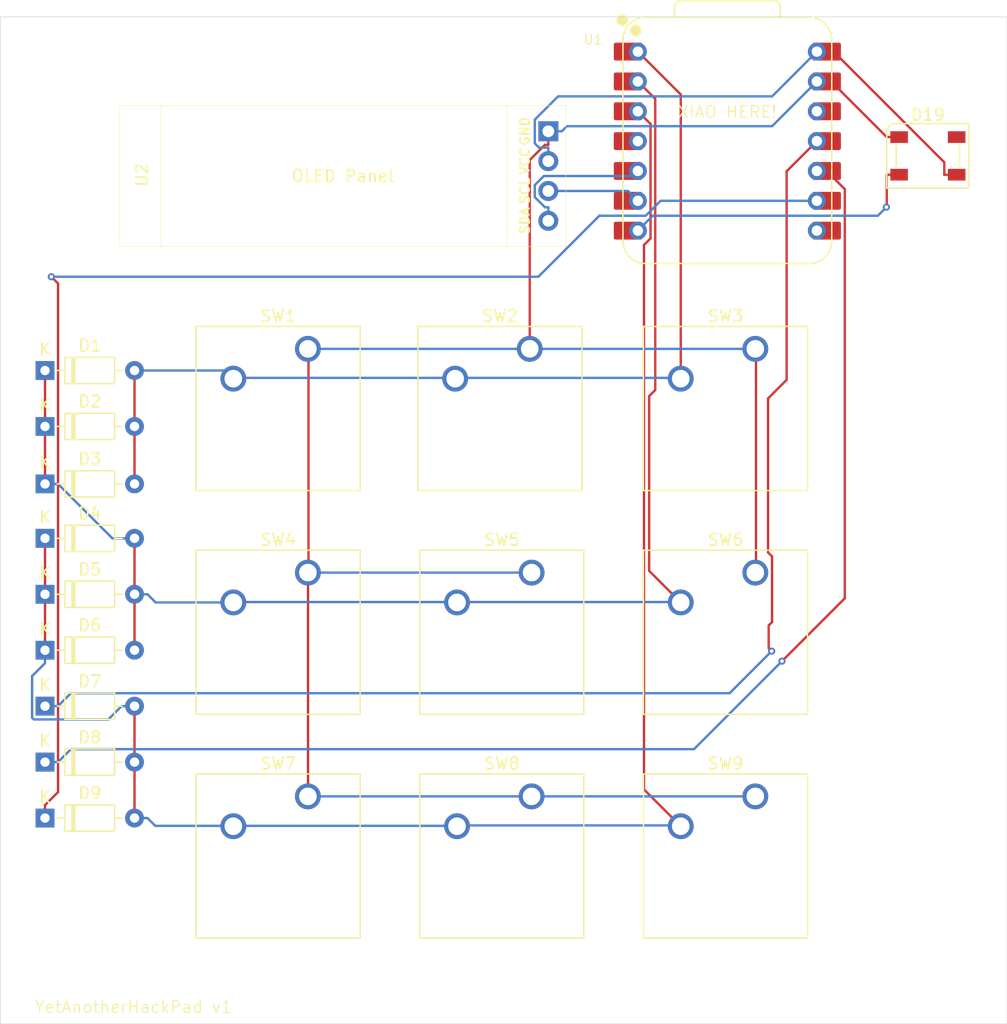
<source format=kicad_pcb>
(kicad_pcb (version 20241229) (generator "pcbnew") (generator_version "9.0")
  (layers (0 "F.Cu" signal) (2 "B.Cu" signal) (13 "F.Paste" user) (15 "B.Paste" user) (5 "F.SilkS" user "F.Silkscreen") (7 "B.SilkS" user "B.Silkscreen") (1 "F.Mask" user) (3 "B.Mask" user) (25 "Edge.Cuts" user))
  (net 0 "")
  (net 1 "Net-(D1-K)")
  (net 2 "+5V")
  (net 3 "GND")
  (net 4 "Net-(D1-A)")
  (net 5 "Net-(D4-K)")
  (net 6 "Net-(D7-K)")
  (net 7 "Net-(D8-K)")
  (net 8 "unconnected-(U1-3V3-Pad12)")
  (net 9 "Net-(D9-K)")
  (net 11 "Net-(U1-GPIO7{slash}SCL)")
  (net 12 "unconnected-(U1-GPIO1{slash}RX-Pad8)")
  (net 13 "Net-(U1-GPIO6{slash}SDA)")
  (net 14 "unconnected-(U1-GPIO29{slash}ADC3{slash}A3-Pad4)")
  (net 15 "Net-(D19-DIN)")
  (footprint "LED_SMD:LED_SK6812_PLCC4_5.0x5.0mm_P3.2mm" (layer "F.Cu") (at 180.9063 72.2187)
    (property "Reference" "D19" (at 0 -3.5 0) (layer "F.SilkS"))
    (property "Value" "SK6812")
    (fp_line (start -3.5 -2.3) (end -3.5 2.75) (stroke (width 0.12)) (layer "F.SilkS"))
    (fp_line (start -3.05 -2.75) (end -3.5 -2.3) (stroke (width 0.12)) (layer "F.SilkS"))
    (fp_line (start -2.7 -0.9) (end -2.7 0.9) (stroke (width 0.12)) (layer "F.SilkS"))
    (fp_line (start 2.7 -0.9) (end 2.7 0.9) (stroke (width 0.12)) (layer "F.SilkS"))
    (fp_line (start 3.5 -2.75) (end -3.05 -2.75) (stroke (width 0.12)) (layer "F.SilkS"))
    (fp_line (start 3.5 2.75) (end -3.5 2.75) (stroke (width 0.12)) (layer "F.SilkS"))
    (fp_line (start 3.5 2.75) (end 3.5 -2.75) (stroke (width 0.12)) (layer "F.SilkS"))
    (pad "1" smd rect (at -2.45 -1.6 180) (size 1.5 1) (layers "F.Cu" "F.Mask" "F.Paste") (net 3 "GND"))
    (pad "2" smd rect (at -2.45 1.6 180) (size 1.5 1) (layers "F.Cu" "F.Mask" "F.Paste") (net 15 "Net-(D19-DIN)"))
    (pad "3" smd rect (at 2.45 1.6 180) (size 1.5 1) (layers "F.Cu" "F.Mask" "F.Paste") (net 2 "+5V"))
    (pad "4" smd rect (at 2.45 -1.6 180) (size 1.5 1) (layers "F.Cu" "F.Mask" "F.Paste"))
  )
  (footprint "Diode_THT:D_DO-35_SOD27_P7.62mm_Horizontal" (layer "F.Cu") (at 105.7275 119.0625)
    (property "Reference" "D7" (at 3.81 -2.12 0) (layer "F.SilkS"))
    (property "Value" "D" (hide yes))
    (fp_line (start 1.04 0) (end 1.69 0) (stroke (width 0.12)) (layer "F.SilkS"))
    (fp_line (start 1.69 -1.12) (end 1.69 1.12) (stroke (width 0.12)) (layer "F.SilkS"))
    (fp_line (start 1.69 1.12) (end 5.93 1.12) (stroke (width 0.12)) (layer "F.SilkS"))
    (fp_line (start 2.29 -1.12) (end 2.29 1.12) (stroke (width 0.12)) (layer "F.SilkS"))
    (fp_line (start 2.41 -1.12) (end 2.41 1.12) (stroke (width 0.12)) (layer "F.SilkS"))
    (fp_line (start 2.53 -1.12) (end 2.53 1.12) (stroke (width 0.12)) (layer "F.SilkS"))
    (fp_line (start 5.93 -1.12) (end 1.69 -1.12) (stroke (width 0.12)) (layer "F.SilkS"))
    (fp_line (start 5.93 1.12) (end 5.93 -1.12) (stroke (width 0.12)) (layer "F.SilkS"))
    (fp_line (start 6.58 0) (end 5.93 0) (stroke (width 0.12)) (layer "F.SilkS"))
    (fp_text user "K" (at 0 -1.8 0) (layer "F.SilkS"))
    (pad "1" thru_hole rect (at 0 0) (size 1.6 1.6) (drill 0.8) (layers "*.Cu" "*.Mask") (net 6 "Net-(D7-K)"))
    (pad "2" thru_hole oval (at 7.62 0) (size 1.6 1.6) (drill 0.8) (layers "*.Cu" "*.Mask") (net 5 "Net-(D4-K)"))
  )
  (footprint "Seeed Studio XIAO Series Library:XIAO-RP2040-DIP" (layer "F.Cu") (at 163.83 70.9612)
    (property "Reference" "U1" (at -11.43 -8.636 0) (layer "F.SilkS") (effects (font (size 0.8 0.8) (thickness 0.1016))))
    (property "Value" "XIAO-RP2040-DIP")
    (fp_line (start -8.89 8.509) (end -8.89 -8.636) (stroke (width 0.127)) (layer "F.SilkS"))
    (fp_line (start -6.985 10.414) (end 6.985 10.414) (stroke (width 0.127)) (layer "F.SilkS"))
    (fp_line (start -4.495 -10.541) (end -4.491272 -11.451272) (stroke (width 0.127)) (layer "F.SilkS"))
    (fp_line (start -3.991272 -11.951) (end 4.004 -11.951) (stroke (width 0.127)) (layer "F.SilkS"))
    (fp_line (start 4.504 -11.451) (end 4.504 -10.541) (stroke (width 0.127)) (layer "F.SilkS"))
    (fp_line (start 6.985 -10.541) (end -6.985 -10.541) (stroke (width 0.1)) (layer "F.SilkS"))
    (fp_line (start 6.985 -10.541) (end -6.985 -10.541) (stroke (width 0.127)) (layer "F.SilkS"))
    (fp_line (start 8.89 8.509) (end 8.89 -8.636) (stroke (width 0.127)) (layer "F.SilkS"))
    (fp_arc (start -8.89 -8.636) (mid -8.332038 -9.983038) (end -6.985 -10.541) (stroke (width 0.127)) (layer "F.SilkS"))
    (fp_arc (start -6.985 10.414) (mid -8.332038 9.856038) (end -8.89 8.509) (stroke (width 0.127)) (layer "F.SilkS"))
    (fp_arc (start -4.491272 -11.451272) (mid -4.344728 -11.80464) (end -3.991272 -11.951) (stroke (width 0.127)) (layer "F.SilkS"))
    (fp_arc (start 4.004 -11.951) (mid 4.357553 -11.804553) (end 4.504 -11.451) (stroke (width 0.127)) (layer "F.SilkS"))
    (fp_arc (start 6.985 -10.541) (mid 8.332038 -9.983038) (end 8.89 -8.636) (stroke (width 0.127)) (layer "F.SilkS"))
    (fp_arc (start 8.89 8.509) (mid 8.332038 9.856038) (end 6.985 10.414) (stroke (width 0.127)) (layer "F.SilkS"))
    (fp_circle (center -8.95 -10.3) (end -8.95 -10.554) (stroke (width 0.5)) (fill yes) (layer "F.SilkS"))
    (fp_circle (center -7.807 -9.42) (end -7.807 -9.674) (stroke (width 0.5)) (fill yes) (layer "F.SilkS"))
    (pad "1" smd roundrect (at -8.455 -7.62 180) (size 2.432 1.524) (layers "F.Cu" "F.Mask") (roundrect_rratio 0.1) (net 4 "Net-(D1-A)"))
    (pad "1" thru_hole circle (at -7.62 -7.62 180) (size 1.524 1.524) (drill 0.889) (layers "*.Cu" "*.Mask") (net 4 "Net-(D1-A)"))
    (pad "2" smd roundrect (at -8.455 -5.08 180) (size 2.432 1.524) (layers "F.Cu" "F.Mask") (roundrect_rratio 0.1) (net 1 "Net-(D1-K)"))
    (pad "2" thru_hole circle (at -7.62 -5.08 180) (size 1.524 1.524) (drill 0.889) (layers "*.Cu" "*.Mask") (net 1 "Net-(D1-K)"))
    (pad "3" smd roundrect (at -8.455 -2.54 180) (size 2.432 1.524) (layers "F.Cu" "F.Mask") (roundrect_rratio 0.1) (net 5 "Net-(D4-K)"))
    (pad "3" thru_hole circle (at -7.62 -2.54 180) (size 1.524 1.524) (drill 0.889) (layers "*.Cu" "*.Mask") (net 5 "Net-(D4-K)"))
    (pad "4" smd roundrect (at -8.455 0 180) (size 2.432 1.524) (layers "F.Cu" "F.Mask") (roundrect_rratio 0.1) (net 14 "unconnected-(U1-GPIO29{slash}ADC3{slash}A3-Pad4)"))
    (pad "4" thru_hole circle (at -7.62 0 180) (size 1.524 1.524) (drill 0.889) (layers "*.Cu" "*.Mask") (net 14 "unconnected-(U1-GPIO29{slash}ADC3{slash}A3-Pad4)"))
    (pad "5" smd roundrect (at -8.455 2.54 180) (size 2.432 1.524) (layers "F.Cu" "F.Mask") (roundrect_rratio 0.1) (net 13 "Net-(U1-GPIO6{slash}SDA)"))
    (pad "5" thru_hole circle (at -7.62 2.54 180) (size 1.524 1.524) (drill 0.889) (layers "*.Cu" "*.Mask") (net 13 "Net-(U1-GPIO6{slash}SDA)"))
    (pad "6" smd roundrect (at -8.455 5.08 180) (size 2.432 1.524) (layers "F.Cu" "F.Mask") (roundrect_rratio 0.1) (net 11 "Net-(U1-GPIO7{slash}SCL)"))
    (pad "6" thru_hole circle (at -7.62 5.08 180) (size 1.524 1.524) (drill 0.889) (layers "*.Cu" "*.Mask") (net 11 "Net-(U1-GPIO7{slash}SCL)"))
    (pad "7" smd roundrect (at -8.455 7.62 180) (size 2.432 1.524) (layers "F.Cu" "F.Mask") (roundrect_rratio 0.1) (net 15 "Net-(D19-DIN)"))
    (pad "7" thru_hole circle (at -7.62 7.62 180) (size 1.524 1.524) (drill 0.889) (layers "*.Cu" "*.Mask") (net 15 "Net-(D19-DIN)"))
    (pad "8" thru_hole circle (at 7.62 7.62) (size 1.524 1.524) (drill 0.889) (layers "*.Cu" "*.Mask") (net 12 "unconnected-(U1-GPIO1{slash}RX-Pad8)"))
    (pad "8" smd roundrect (at 8.455 7.62) (size 2.432 1.524) (layers "F.Cu" "F.Mask") (roundrect_rratio 0.1) (net 12 "unconnected-(U1-GPIO1{slash}RX-Pad8)"))
    (pad "9" thru_hole circle (at 7.62 5.08) (size 1.524 1.524) (drill 0.889) (layers "*.Cu" "*.Mask") (net 9 "Net-(D9-K)"))
    (pad "9" smd roundrect (at 8.455 5.08) (size 2.432 1.524) (layers "F.Cu" "F.Mask") (roundrect_rratio 0.1) (net 9 "Net-(D9-K)"))
    (pad "10" thru_hole circle (at 7.62 2.54) (size 1.524 1.524) (drill 0.889) (layers "*.Cu" "*.Mask") (net 7 "Net-(D8-K)"))
    (pad "10" smd roundrect (at 8.455 2.54) (size 2.432 1.524) (layers "F.Cu" "F.Mask") (roundrect_rratio 0.1) (net 7 "Net-(D8-K)"))
    (pad "11" thru_hole circle (at 7.62 0) (size 1.524 1.524) (drill 0.889) (layers "*.Cu" "*.Mask") (net 6 "Net-(D7-K)"))
    (pad "11" smd roundrect (at 8.455 0) (size 2.432 1.524) (layers "F.Cu" "F.Mask") (roundrect_rratio 0.1) (net 6 "Net-(D7-K)"))
    (pad "12" thru_hole circle (at 7.62 -2.54) (size 1.524 1.524) (drill 0.889) (layers "*.Cu" "*.Mask") (net 8 "unconnected-(U1-3V3-Pad12)"))
    (pad "12" smd roundrect (at 8.455 -2.54) (size 2.432 1.524) (layers "F.Cu" "F.Mask") (roundrect_rratio 0.1) (net 8 "unconnected-(U1-3V3-Pad12)"))
    (pad "13" thru_hole circle (at 7.62 -5.08) (size 1.524 1.524) (drill 0.889) (layers "*.Cu" "*.Mask") (net 3 "GND"))
    (pad "13" smd roundrect (at 8.455 -5.08) (size 2.432 1.524) (layers "F.Cu" "F.Mask") (roundrect_rratio 0.1) (net 3 "GND"))
    (pad "14" thru_hole circle (at 7.62 -7.62) (size 1.524 1.524) (drill 0.889) (layers "*.Cu" "*.Mask") (net 2 "+5V"))
    (pad "14" smd roundrect (at 8.455 -7.62) (size 2.432 1.524) (layers "F.Cu" "F.Mask") (roundrect_rratio 0.1) (net 2 "+5V"))
  )
  (footprint "Diode_THT:D_DO-35_SOD27_P7.62mm_Horizontal" (layer "F.Cu") (at 105.7275 95.25)
    (property "Reference" "D2" (at 3.81 -2.12 0) (layer "F.SilkS"))
    (property "Value" "D" (hide yes))
    (fp_line (start 1.04 0) (end 1.69 0) (stroke (width 0.12)) (layer "F.SilkS"))
    (fp_line (start 1.69 -1.12) (end 1.69 1.12) (stroke (width 0.12)) (layer "F.SilkS"))
    (fp_line (start 1.69 1.12) (end 5.93 1.12) (stroke (width 0.12)) (layer "F.SilkS"))
    (fp_line (start 2.29 -1.12) (end 2.29 1.12) (stroke (width 0.12)) (layer "F.SilkS"))
    (fp_line (start 2.41 -1.12) (end 2.41 1.12) (stroke (width 0.12)) (layer "F.SilkS"))
    (fp_line (start 2.53 -1.12) (end 2.53 1.12) (stroke (width 0.12)) (layer "F.SilkS"))
    (fp_line (start 5.93 -1.12) (end 1.69 -1.12) (stroke (width 0.12)) (layer "F.SilkS"))
    (fp_line (start 5.93 1.12) (end 5.93 -1.12) (stroke (width 0.12)) (layer "F.SilkS"))
    (fp_line (start 6.58 0) (end 5.93 0) (stroke (width 0.12)) (layer "F.SilkS"))
    (fp_text user "K" (at 0 -1.8 0) (layer "F.SilkS"))
    (pad "1" thru_hole rect (at 0 0) (size 1.6 1.6) (drill 0.8) (layers "*.Cu" "*.Mask") (net 1 "Net-(D1-K)"))
    (pad "2" thru_hole oval (at 7.62 0) (size 1.6 1.6) (drill 0.8) (layers "*.Cu" "*.Mask") (net 4 "Net-(D1-A)"))
  )
  (footprint "Diode_THT:D_DO-35_SOD27_P7.62mm_Horizontal" (layer "F.Cu") (at 105.7275 123.825)
    (property "Reference" "D8" (at 3.81 -2.12 0) (layer "F.SilkS"))
    (property "Value" "D" (hide yes))
    (fp_line (start 1.04 0) (end 1.69 0) (stroke (width 0.12)) (layer "F.SilkS"))
    (fp_line (start 1.69 -1.12) (end 1.69 1.12) (stroke (width 0.12)) (layer "F.SilkS"))
    (fp_line (start 1.69 1.12) (end 5.93 1.12) (stroke (width 0.12)) (layer "F.SilkS"))
    (fp_line (start 2.29 -1.12) (end 2.29 1.12) (stroke (width 0.12)) (layer "F.SilkS"))
    (fp_line (start 2.41 -1.12) (end 2.41 1.12) (stroke (width 0.12)) (layer "F.SilkS"))
    (fp_line (start 2.53 -1.12) (end 2.53 1.12) (stroke (width 0.12)) (layer "F.SilkS"))
    (fp_line (start 5.93 -1.12) (end 1.69 -1.12) (stroke (width 0.12)) (layer "F.SilkS"))
    (fp_line (start 5.93 1.12) (end 5.93 -1.12) (stroke (width 0.12)) (layer "F.SilkS"))
    (fp_line (start 6.58 0) (end 5.93 0) (stroke (width 0.12)) (layer "F.SilkS"))
    (fp_text user "K" (at 0 -1.8 0) (layer "F.SilkS"))
    (pad "1" thru_hole rect (at 0 0) (size 1.6 1.6) (drill 0.8) (layers "*.Cu" "*.Mask") (net 7 "Net-(D8-K)"))
    (pad "2" thru_hole oval (at 7.62 0) (size 1.6 1.6) (drill 0.8) (layers "*.Cu" "*.Mask") (net 5 "Net-(D4-K)"))
  )
  (footprint "Diode_THT:D_DO-35_SOD27_P7.62mm_Horizontal" (layer "F.Cu") (at 105.7275 90.4875)
    (property "Reference" "D1" (at 3.81 -2.12 0) (layer "F.SilkS"))
    (property "Value" "D" (hide yes))
    (fp_line (start 1.04 0) (end 1.69 0) (stroke (width 0.12)) (layer "F.SilkS"))
    (fp_line (start 1.69 -1.12) (end 1.69 1.12) (stroke (width 0.12)) (layer "F.SilkS"))
    (fp_line (start 1.69 1.12) (end 5.93 1.12) (stroke (width 0.12)) (layer "F.SilkS"))
    (fp_line (start 2.29 -1.12) (end 2.29 1.12) (stroke (width 0.12)) (layer "F.SilkS"))
    (fp_line (start 2.41 -1.12) (end 2.41 1.12) (stroke (width 0.12)) (layer "F.SilkS"))
    (fp_line (start 2.53 -1.12) (end 2.53 1.12) (stroke (width 0.12)) (layer "F.SilkS"))
    (fp_line (start 5.93 -1.12) (end 1.69 -1.12) (stroke (width 0.12)) (layer "F.SilkS"))
    (fp_line (start 5.93 1.12) (end 5.93 -1.12) (stroke (width 0.12)) (layer "F.SilkS"))
    (fp_line (start 6.58 0) (end 5.93 0) (stroke (width 0.12)) (layer "F.SilkS"))
    (fp_text user "K" (at 0 -1.8 0) (layer "F.SilkS"))
    (pad "1" thru_hole rect (at 0 0) (size 1.6 1.6) (drill 0.8) (layers "*.Cu" "*.Mask") (net 1 "Net-(D1-K)"))
    (pad "2" thru_hole oval (at 7.62 0) (size 1.6 1.6) (drill 0.8) (layers "*.Cu" "*.Mask") (net 4 "Net-(D1-A)"))
  )
  (footprint "Diode_THT:D_DO-35_SOD27_P7.62mm_Horizontal" (layer "F.Cu") (at 105.7275 114.3)
    (property "Reference" "D6" (at 3.81 -2.12 0) (layer "F.SilkS"))
    (property "Value" "D" (hide yes))
    (fp_line (start 1.04 0) (end 1.69 0) (stroke (width 0.12)) (layer "F.SilkS"))
    (fp_line (start 1.69 -1.12) (end 1.69 1.12) (stroke (width 0.12)) (layer "F.SilkS"))
    (fp_line (start 1.69 1.12) (end 5.93 1.12) (stroke (width 0.12)) (layer "F.SilkS"))
    (fp_line (start 2.29 -1.12) (end 2.29 1.12) (stroke (width 0.12)) (layer "F.SilkS"))
    (fp_line (start 2.41 -1.12) (end 2.41 1.12) (stroke (width 0.12)) (layer "F.SilkS"))
    (fp_line (start 2.53 -1.12) (end 2.53 1.12) (stroke (width 0.12)) (layer "F.SilkS"))
    (fp_line (start 5.93 -1.12) (end 1.69 -1.12) (stroke (width 0.12)) (layer "F.SilkS"))
    (fp_line (start 5.93 1.12) (end 5.93 -1.12) (stroke (width 0.12)) (layer "F.SilkS"))
    (fp_line (start 6.58 0) (end 5.93 0) (stroke (width 0.12)) (layer "F.SilkS"))
    (fp_text user "K" (at 0 -1.8 0) (layer "F.SilkS"))
    (pad "1" thru_hole rect (at 0 0) (size 1.6 1.6) (drill 0.8) (layers "*.Cu" "*.Mask") (net 5 "Net-(D4-K)"))
    (pad "2" thru_hole oval (at 7.62 0) (size 1.6 1.6) (drill 0.8) (layers "*.Cu" "*.Mask") (net 1 "Net-(D1-K)"))
  )
  (footprint "Button_Switch_Keyboard:SW_Cherry_MX_1.00u_PCB" (layer "F.Cu") (at 128.1112 107.6939)
    (property "Reference" "SW4" (at -2.54 -2.794 0) (layer "F.SilkS"))
    (property "Value" "SW_Push")
    (fp_line (start -9.525 -1.905) (end 4.445 -1.905) (stroke (width 0.12)) (layer "F.SilkS"))
    (fp_line (start -9.525 12.065) (end -9.525 -1.905) (stroke (width 0.12)) (layer "F.SilkS"))
    (fp_line (start 4.445 -1.905) (end 4.445 12.065) (stroke (width 0.12)) (layer "F.SilkS"))
    (fp_line (start 4.445 12.065) (end -9.525 12.065) (stroke (width 0.12)) (layer "F.SilkS"))
    (pad "" np_thru_hole circle (at -7.62 5.08) (size 1.7 1.7) (drill 1.7) (layers "*.Cu" "*.Mask"))
    (pad "" np_thru_hole circle (at -2.54 5.08) (size 4 4) (drill 4) (layers "*.Cu" "*.Mask"))
    (pad "" np_thru_hole circle (at 2.54 5.08) (size 1.7 1.7) (drill 1.7) (layers "*.Cu" "*.Mask"))
    (pad "1" thru_hole circle (at 0 0) (size 2.2 2.2) (drill 1.5) (layers "*.Cu" "*.Mask") (net 3 "GND"))
    (pad "2" thru_hole circle (at -6.35 2.54) (size 2.2 2.2) (drill 1.5) (layers "*.Cu" "*.Mask") (net 1 "Net-(D1-K)"))
  )
  (footprint "Diode_THT:D_DO-35_SOD27_P7.62mm_Horizontal" (layer "F.Cu") (at 105.7275 100.1437)
    (property "Reference" "D3" (at 3.81 -2.12 0) (layer "F.SilkS"))
    (property "Value" "D" (hide yes))
    (fp_line (start 1.04 0) (end 1.69 0) (stroke (width 0.12)) (layer "F.SilkS"))
    (fp_line (start 1.69 -1.12) (end 1.69 1.12) (stroke (width 0.12)) (layer "F.SilkS"))
    (fp_line (start 1.69 1.12) (end 5.93 1.12) (stroke (width 0.12)) (layer "F.SilkS"))
    (fp_line (start 2.29 -1.12) (end 2.29 1.12) (stroke (width 0.12)) (layer "F.SilkS"))
    (fp_line (start 2.41 -1.12) (end 2.41 1.12) (stroke (width 0.12)) (layer "F.SilkS"))
    (fp_line (start 2.53 -1.12) (end 2.53 1.12) (stroke (width 0.12)) (layer "F.SilkS"))
    (fp_line (start 5.93 -1.12) (end 1.69 -1.12) (stroke (width 0.12)) (layer "F.SilkS"))
    (fp_line (start 5.93 1.12) (end 5.93 -1.12) (stroke (width 0.12)) (layer "F.SilkS"))
    (fp_line (start 6.58 0) (end 5.93 0) (stroke (width 0.12)) (layer "F.SilkS"))
    (fp_text user "K" (at 0 -1.8 0) (layer "F.SilkS"))
    (pad "1" thru_hole rect (at 0 0) (size 1.6 1.6) (drill 0.8) (layers "*.Cu" "*.Mask") (net 1 "Net-(D1-K)"))
    (pad "2" thru_hole oval (at 7.62 0) (size 1.6 1.6) (drill 0.8) (layers "*.Cu" "*.Mask") (net 4 "Net-(D1-A)"))
  )
  (footprint "Button_Switch_Keyboard:SW_Cherry_MX_1.00u_PCB" (layer "F.Cu") (at 147.0025 88.6439)
    (property "Reference" "SW2" (at -2.54 -2.794 0) (layer "F.SilkS"))
    (property "Value" "SW_Push")
    (fp_line (start -9.525 -1.905) (end 4.445 -1.905) (stroke (width 0.12)) (layer "F.SilkS"))
    (fp_line (start -9.525 12.065) (end -9.525 -1.905) (stroke (width 0.12)) (layer "F.SilkS"))
    (fp_line (start 4.445 -1.905) (end 4.445 12.065) (stroke (width 0.12)) (layer "F.SilkS"))
    (fp_line (start 4.445 12.065) (end -9.525 12.065) (stroke (width 0.12)) (layer "F.SilkS"))
    (pad "" np_thru_hole circle (at -7.62 5.08) (size 1.7 1.7) (drill 1.7) (layers "*.Cu" "*.Mask"))
    (pad "" np_thru_hole circle (at -2.54 5.08) (size 4 4) (drill 4) (layers "*.Cu" "*.Mask"))
    (pad "" np_thru_hole circle (at 2.54 5.08) (size 1.7 1.7) (drill 1.7) (layers "*.Cu" "*.Mask"))
    (pad "1" thru_hole circle (at 0 0) (size 2.2 2.2) (drill 1.5) (layers "*.Cu" "*.Mask") (net 3 "GND"))
    (pad "2" thru_hole circle (at -6.35 2.54) (size 2.2 2.2) (drill 1.5) (layers "*.Cu" "*.Mask") (net 4 "Net-(D1-A)"))
  )
  (footprint "Button_Switch_Keyboard:SW_Cherry_MX_1.00u_PCB" (layer "F.Cu") (at 166.2112 88.6439)
    (property "Reference" "SW3" (at -2.54 -2.794 0) (layer "F.SilkS"))
    (property "Value" "SW_Push")
    (fp_line (start -9.525 -1.905) (end 4.445 -1.905) (stroke (width 0.12)) (layer "F.SilkS"))
    (fp_line (start -9.525 12.065) (end -9.525 -1.905) (stroke (width 0.12)) (layer "F.SilkS"))
    (fp_line (start 4.445 -1.905) (end 4.445 12.065) (stroke (width 0.12)) (layer "F.SilkS"))
    (fp_line (start 4.445 12.065) (end -9.525 12.065) (stroke (width 0.12)) (layer "F.SilkS"))
    (pad "" np_thru_hole circle (at -7.62 5.08) (size 1.7 1.7) (drill 1.7) (layers "*.Cu" "*.Mask"))
    (pad "" np_thru_hole circle (at -2.54 5.08) (size 4 4) (drill 4) (layers "*.Cu" "*.Mask"))
    (pad "" np_thru_hole circle (at 2.54 5.08) (size 1.7 1.7) (drill 1.7) (layers "*.Cu" "*.Mask"))
    (pad "1" thru_hole circle (at 0 0) (size 2.2 2.2) (drill 1.5) (layers "*.Cu" "*.Mask") (net 3 "GND"))
    (pad "2" thru_hole circle (at -6.35 2.54) (size 2.2 2.2) (drill 1.5) (layers "*.Cu" "*.Mask") (net 4 "Net-(D1-A)"))
  )
  (footprint "Button_Switch_Keyboard:SW_Cherry_MX_1.00u_PCB" (layer "F.Cu") (at 128.1112 126.7439)
    (property "Reference" "SW7" (at -2.54 -2.794 0) (layer "F.SilkS"))
    (property "Value" "SW_Push")
    (fp_line (start -9.525 -1.905) (end 4.445 -1.905) (stroke (width 0.12)) (layer "F.SilkS"))
    (fp_line (start -9.525 12.065) (end -9.525 -1.905) (stroke (width 0.12)) (layer "F.SilkS"))
    (fp_line (start 4.445 -1.905) (end 4.445 12.065) (stroke (width 0.12)) (layer "F.SilkS"))
    (fp_line (start 4.445 12.065) (end -9.525 12.065) (stroke (width 0.12)) (layer "F.SilkS"))
    (pad "" np_thru_hole circle (at -7.62 5.08) (size 1.7 1.7) (drill 1.7) (layers "*.Cu" "*.Mask"))
    (pad "" np_thru_hole circle (at -2.54 5.08) (size 4 4) (drill 4) (layers "*.Cu" "*.Mask"))
    (pad "" np_thru_hole circle (at 2.54 5.08) (size 1.7 1.7) (drill 1.7) (layers "*.Cu" "*.Mask"))
    (pad "1" thru_hole circle (at 0 0) (size 2.2 2.2) (drill 1.5) (layers "*.Cu" "*.Mask") (net 3 "GND"))
    (pad "2" thru_hole circle (at -6.35 2.54) (size 2.2 2.2) (drill 1.5) (layers "*.Cu" "*.Mask") (net 5 "Net-(D4-K)"))
  )
  (footprint "Button_Switch_Keyboard:SW_Cherry_MX_1.00u_PCB" (layer "F.Cu") (at 147.1612 126.7439)
    (property "Reference" "SW8" (at -2.54 -2.794 0) (layer "F.SilkS"))
    (property "Value" "SW_Push")
    (fp_line (start -9.525 -1.905) (end 4.445 -1.905) (stroke (width 0.12)) (layer "F.SilkS"))
    (fp_line (start -9.525 12.065) (end -9.525 -1.905) (stroke (width 0.12)) (layer "F.SilkS"))
    (fp_line (start 4.445 -1.905) (end 4.445 12.065) (stroke (width 0.12)) (layer "F.SilkS"))
    (fp_line (start 4.445 12.065) (end -9.525 12.065) (stroke (width 0.12)) (layer "F.SilkS"))
    (pad "" np_thru_hole circle (at -7.62 5.08) (size 1.7 1.7) (drill 1.7) (layers "*.Cu" "*.Mask"))
    (pad "" np_thru_hole circle (at -2.54 5.08) (size 4 4) (drill 4) (layers "*.Cu" "*.Mask"))
    (pad "" np_thru_hole circle (at 2.54 5.08) (size 1.7 1.7) (drill 1.7) (layers "*.Cu" "*.Mask"))
    (pad "1" thru_hole circle (at 0 0) (size 2.2 2.2) (drill 1.5) (layers "*.Cu" "*.Mask") (net 3 "GND"))
    (pad "2" thru_hole circle (at -6.35 2.54) (size 2.2 2.2) (drill 1.5) (layers "*.Cu" "*.Mask") (net 5 "Net-(D4-K)"))
  )
  (footprint "Button_Switch_Keyboard:SW_Cherry_MX_1.00u_PCB" (layer "F.Cu") (at 128.1112 88.6439)
    (property "Reference" "SW1" (at -2.54 -2.794 0) (layer "F.SilkS"))
    (property "Value" "SW_Push")
    (fp_line (start -9.525 -1.905) (end 4.445 -1.905) (stroke (width 0.12)) (layer "F.SilkS"))
    (fp_line (start -9.525 12.065) (end -9.525 -1.905) (stroke (width 0.12)) (layer "F.SilkS"))
    (fp_line (start 4.445 -1.905) (end 4.445 12.065) (stroke (width 0.12)) (layer "F.SilkS"))
    (fp_line (start 4.445 12.065) (end -9.525 12.065) (stroke (width 0.12)) (layer "F.SilkS"))
    (pad "" np_thru_hole circle (at -7.62 5.08) (size 1.7 1.7) (drill 1.7) (layers "*.Cu" "*.Mask"))
    (pad "" np_thru_hole circle (at -2.54 5.08) (size 4 4) (drill 4) (layers "*.Cu" "*.Mask"))
    (pad "" np_thru_hole circle (at 2.54 5.08) (size 1.7 1.7) (drill 1.7) (layers "*.Cu" "*.Mask"))
    (pad "1" thru_hole circle (at 0 0) (size 2.2 2.2) (drill 1.5) (layers "*.Cu" "*.Mask") (net 3 "GND"))
    (pad "2" thru_hole circle (at -6.35 2.54) (size 2.2 2.2) (drill 1.5) (layers "*.Cu" "*.Mask") (net 4 "Net-(D1-A)"))
  )
  (footprint "KiCad-SSD1306-0.91-OLED-4pin-128x32:SSD1306-0.91-OLED-4pin-128x32" (layer "F.Cu") (at 112.0838 67.9337)
    (property "Reference" "U2" (at 1.9 5.91 90) (layer "F.SilkS"))
    (property "Value" "SSD1306")
    (fp_line (start 0 0) (end 0 12) (stroke (width 0.04)) (layer "F.SilkS"))
    (fp_line (start 0 12) (end 38 12) (stroke (width 0.04)) (layer "F.SilkS"))
    (fp_line (start 3.5 0) (end 3.5 12) (stroke (width 0.04)) (layer "F.SilkS"))
    (fp_line (start 33 0) (end 33 12) (stroke (width 0.04)) (layer "F.SilkS"))
    (fp_line (start 38 0) (end 0 0) (stroke (width 0.04)) (layer "F.SilkS"))
    (fp_line (start 38 12) (end 38 0) (stroke (width 0.04)) (layer "F.SilkS"))
    (fp_text user "SCL" (at 34.5 7.27 270) (layer "F.SilkS") (effects (font (size 0.8 0.8))))
    (fp_text user "SDA" (at 34.5 9.81 270) (layer "F.SilkS") (effects (font (size 0.8 0.8))))
    (fp_text user "VCC" (at 34.5 4.73 270) (layer "F.SilkS") (effects (font (size 0.8 0.8))))
    (fp_text user "OLED Panel" (at 19 6 0) (layer "F.SilkS"))
    (fp_text user "GND" (at 34.5 2.19 270) (layer "F.SilkS") (effects (font (size 0.8 0.8))))
    (pad "1" thru_hole rect (at 36.5 2.19) (size 1.7 1.7) (drill 1) (layers "*.Cu" "*.Mask") (net 3 "GND"))
    (pad "2" thru_hole oval (at 36.5 4.73) (size 1.7 1.7) (drill 1) (layers "*.Cu" "*.Mask") (net 2 "+5V"))
    (pad "3" thru_hole oval (at 36.5 7.27) (size 1.7 1.7) (drill 1) (layers "*.Cu" "*.Mask") (net 11 "Net-(U1-GPIO7{slash}SCL)"))
    (pad "4" thru_hole oval (at 36.5 9.81) (size 1.7 1.7) (drill 1) (layers "*.Cu" "*.Mask") (net 13 "Net-(U1-GPIO6{slash}SDA)"))
  )
  (footprint "Diode_THT:D_DO-35_SOD27_P7.62mm_Horizontal" (layer "F.Cu") (at 105.7275 104.775)
    (property "Reference" "D4" (at 3.81 -2.12 0) (layer "F.SilkS"))
    (property "Value" "D" (hide yes))
    (fp_line (start 1.04 0) (end 1.69 0) (stroke (width 0.12)) (layer "F.SilkS"))
    (fp_line (start 1.69 -1.12) (end 1.69 1.12) (stroke (width 0.12)) (layer "F.SilkS"))
    (fp_line (start 1.69 1.12) (end 5.93 1.12) (stroke (width 0.12)) (layer "F.SilkS"))
    (fp_line (start 2.29 -1.12) (end 2.29 1.12) (stroke (width 0.12)) (layer "F.SilkS"))
    (fp_line (start 2.41 -1.12) (end 2.41 1.12) (stroke (width 0.12)) (layer "F.SilkS"))
    (fp_line (start 2.53 -1.12) (end 2.53 1.12) (stroke (width 0.12)) (layer "F.SilkS"))
    (fp_line (start 5.93 -1.12) (end 1.69 -1.12) (stroke (width 0.12)) (layer "F.SilkS"))
    (fp_line (start 5.93 1.12) (end 5.93 -1.12) (stroke (width 0.12)) (layer "F.SilkS"))
    (fp_line (start 6.58 0) (end 5.93 0) (stroke (width 0.12)) (layer "F.SilkS"))
    (fp_text user "K" (at 0 -1.8 0) (layer "F.SilkS"))
    (pad "1" thru_hole rect (at 0 0) (size 1.6 1.6) (drill 0.8) (layers "*.Cu" "*.Mask") (net 5 "Net-(D4-K)"))
    (pad "2" thru_hole oval (at 7.62 0) (size 1.6 1.6) (drill 0.8) (layers "*.Cu" "*.Mask") (net 1 "Net-(D1-K)"))
  )
  (footprint "Diode_THT:D_DO-35_SOD27_P7.62mm_Horizontal" (layer "F.Cu") (at 105.7275 109.5375)
    (property "Reference" "D5" (at 3.81 -2.12 0) (layer "F.SilkS"))
    (property "Value" "D" (hide yes))
    (fp_line (start 1.04 0) (end 1.69 0) (stroke (width 0.12)) (layer "F.SilkS"))
    (fp_line (start 1.69 -1.12) (end 1.69 1.12) (stroke (width 0.12)) (layer "F.SilkS"))
    (fp_line (start 1.69 1.12) (end 5.93 1.12) (stroke (width 0.12)) (layer "F.SilkS"))
    (fp_line (start 2.29 -1.12) (end 2.29 1.12) (stroke (width 0.12)) (layer "F.SilkS"))
    (fp_line (start 2.41 -1.12) (end 2.41 1.12) (stroke (width 0.12)) (layer "F.SilkS"))
    (fp_line (start 2.53 -1.12) (end 2.53 1.12) (stroke (width 0.12)) (layer "F.SilkS"))
    (fp_line (start 5.93 -1.12) (end 1.69 -1.12) (stroke (width 0.12)) (layer "F.SilkS"))
    (fp_line (start 5.93 1.12) (end 5.93 -1.12) (stroke (width 0.12)) (layer "F.SilkS"))
    (fp_line (start 6.58 0) (end 5.93 0) (stroke (width 0.12)) (layer "F.SilkS"))
    (fp_text user "K" (at 0 -1.8 0) (layer "F.SilkS"))
    (pad "1" thru_hole rect (at 0 0) (size 1.6 1.6) (drill 0.8) (layers "*.Cu" "*.Mask") (net 5 "Net-(D4-K)"))
    (pad "2" thru_hole oval (at 7.62 0) (size 1.6 1.6) (drill 0.8) (layers "*.Cu" "*.Mask") (net 1 "Net-(D1-K)"))
  )
  (footprint "Button_Switch_Keyboard:SW_Cherry_MX_1.00u_PCB" (layer "F.Cu") (at 166.2112 126.7439)
    (property "Reference" "SW9" (at -2.54 -2.794 0) (layer "F.SilkS"))
    (property "Value" "SW_Push")
    (fp_line (start -9.525 -1.905) (end 4.445 -1.905) (stroke (width 0.12)) (layer "F.SilkS"))
    (fp_line (start -9.525 12.065) (end -9.525 -1.905) (stroke (width 0.12)) (layer "F.SilkS"))
    (fp_line (start 4.445 -1.905) (end 4.445 12.065) (stroke (width 0.12)) (layer "F.SilkS"))
    (fp_line (start 4.445 12.065) (end -9.525 12.065) (stroke (width 0.12)) (layer "F.SilkS"))
    (pad "" np_thru_hole circle (at -7.62 5.08) (size 1.7 1.7) (drill 1.7) (layers "*.Cu" "*.Mask"))
    (pad "" np_thru_hole circle (at -2.54 5.08) (size 4 4) (drill 4) (layers "*.Cu" "*.Mask"))
    (pad "" np_thru_hole circle (at 2.54 5.08) (size 1.7 1.7) (drill 1.7) (layers "*.Cu" "*.Mask"))
    (pad "1" thru_hole circle (at 0 0) (size 2.2 2.2) (drill 1.5) (layers "*.Cu" "*.Mask") (net 3 "GND"))
    (pad "2" thru_hole circle (at -6.35 2.54) (size 2.2 2.2) (drill 1.5) (layers "*.Cu" "*.Mask") (net 5 "Net-(D4-K)"))
  )
  (footprint "Button_Switch_Keyboard:SW_Cherry_MX_1.00u_PCB" (layer "F.Cu") (at 147.1612 107.6939)
    (property "Reference" "SW5" (at -2.54 -2.794 0) (layer "F.SilkS"))
    (property "Value" "SW_Push")
    (fp_line (start -9.525 -1.905) (end 4.445 -1.905) (stroke (width 0.12)) (layer "F.SilkS"))
    (fp_line (start -9.525 12.065) (end -9.525 -1.905) (stroke (width 0.12)) (layer "F.SilkS"))
    (fp_line (start 4.445 -1.905) (end 4.445 12.065) (stroke (width 0.12)) (layer "F.SilkS"))
    (fp_line (start 4.445 12.065) (end -9.525 12.065) (stroke (width 0.12)) (layer "F.SilkS"))
    (pad "" np_thru_hole circle (at -7.62 5.08) (size 1.7 1.7) (drill 1.7) (layers "*.Cu" "*.Mask"))
    (pad "" np_thru_hole circle (at -2.54 5.08) (size 4 4) (drill 4) (layers "*.Cu" "*.Mask"))
    (pad "" np_thru_hole circle (at 2.54 5.08) (size 1.7 1.7) (drill 1.7) (layers "*.Cu" "*.Mask"))
    (pad "1" thru_hole circle (at 0 0) (size 2.2 2.2) (drill 1.5) (layers "*.Cu" "*.Mask") (net 3 "GND"))
    (pad "2" thru_hole circle (at -6.35 2.54) (size 2.2 2.2) (drill 1.5) (layers "*.Cu" "*.Mask") (net 1 "Net-(D1-K)"))
  )
  (footprint "Button_Switch_Keyboard:SW_Cherry_MX_1.00u_PCB" (layer "F.Cu") (at 166.2112 107.6939)
    (property "Reference" "SW6" (at -2.54 -2.794 0) (layer "F.SilkS"))
    (property "Value" "SW_Push")
    (fp_line (start -9.525 -1.905) (end 4.445 -1.905) (stroke (width 0.12)) (layer "F.SilkS"))
    (fp_line (start -9.525 12.065) (end -9.525 -1.905) (stroke (width 0.12)) (layer "F.SilkS"))
    (fp_line (start 4.445 -1.905) (end 4.445 12.065) (stroke (width 0.12)) (layer "F.SilkS"))
    (fp_line (start 4.445 12.065) (end -9.525 12.065) (stroke (width 0.12)) (layer "F.SilkS"))
    (pad "" np_thru_hole circle (at -7.62 5.08) (size 1.7 1.7) (drill 1.7) (layers "*.Cu" "*.Mask"))
    (pad "" np_thru_hole circle (at -2.54 5.08) (size 4 4) (drill 4) (layers "*.Cu" "*.Mask"))
    (pad "" np_thru_hole circle (at 2.54 5.08) (size 1.7 1.7) (drill 1.7) (layers "*.Cu" "*.Mask"))
    (pad "1" thru_hole circle (at 0 0) (size 2.2 2.2) (drill 1.5) (layers "*.Cu" "*.Mask") (net 3 "GND"))
    (pad "2" thru_hole circle (at -6.35 2.54) (size 2.2 2.2) (drill 1.5) (layers "*.Cu" "*.Mask") (net 1 "Net-(D1-K)"))
  )
  (footprint "Diode_THT:D_DO-35_SOD27_P7.62mm_Horizontal" (layer "F.Cu") (at 105.7275 128.5875)
    (property "Reference" "D9" (at 3.81 -2.12 0) (layer "F.SilkS"))
    (property "Value" "D" (hide yes))
    (fp_line (start 1.04 0) (end 1.69 0) (stroke (width 0.12)) (layer "F.SilkS"))
    (fp_line (start 1.69 -1.12) (end 1.69 1.12) (stroke (width 0.12)) (layer "F.SilkS"))
    (fp_line (start 1.69 1.12) (end 5.93 1.12) (stroke (width 0.12)) (layer "F.SilkS"))
    (fp_line (start 2.29 -1.12) (end 2.29 1.12) (stroke (width 0.12)) (layer "F.SilkS"))
    (fp_line (start 2.41 -1.12) (end 2.41 1.12) (stroke (width 0.12)) (layer "F.SilkS"))
    (fp_line (start 2.53 -1.12) (end 2.53 1.12) (stroke (width 0.12)) (layer "F.SilkS"))
    (fp_line (start 5.93 -1.12) (end 1.69 -1.12) (stroke (width 0.12)) (layer "F.SilkS"))
    (fp_line (start 5.93 1.12) (end 5.93 -1.12) (stroke (width 0.12)) (layer "F.SilkS"))
    (fp_line (start 6.58 0) (end 5.93 0) (stroke (width 0.12)) (layer "F.SilkS"))
    (fp_text user "K" (at 0 -1.8 0) (layer "F.SilkS"))
    (pad "1" thru_hole rect (at 0 0) (size 1.6 1.6) (drill 0.8) (layers "*.Cu" "*.Mask") (net 9 "Net-(D9-K)"))
    (pad "2" thru_hole oval (at 7.62 0) (size 1.6 1.6) (drill 0.8) (layers "*.Cu" "*.Mask") (net 5 "Net-(D4-K)"))
  )
  (gr_rect (start 101.91745 60.3865) (end 187.64245 146.1115) (stroke (width 0.05)) (fill no) (layer "Edge.Cuts"))
  (gr_text "XIAO HERE!\n" (at 159.54375 69.05625 0) (layer "F.SilkS") (effects (font (size 1 1) (thickness 0.1)) (justify left bottom)))
  (gr_text "YetAnotherHackPad v1\n" (at 104.775 145.25625 0) (layer "F.SilkS") (effects (font (size 1 1) (thickness 0.1)) (justify left bottom)))
  (segment (start 156.21 65.8812) (end 155.375 65.8812) (width 0.2) (layer "F.Cu") (net 1))
  (segment (start 113.3475 114.3) (end 113.3475 109.5375) (width 0.2) (layer "F.Cu") (net 1))
  (segment (start 157.1724 107.5451) (end 159.8612 110.2339) (width 0.2) (layer "F.Cu") (net 1))
  (segment (start 156.21 65.8812) (end 157.6897 67.3609) (width 0.2) (layer "F.Cu") (net 1))
  (segment (start 157.1724 92.6668) (end 157.1724 107.5451) (width 0.2) (layer "F.Cu") (net 1))
  (segment (start 157.6897 92.1495) (end 157.1724 92.6668) (width 0.2) (layer "F.Cu") (net 1))
  (segment (start 157.6897 67.3609) (end 157.6897 92.1495) (width 0.2) (layer "F.Cu") (net 1))
  (segment (start 105.7275 100.1437) (end 105.7275 95.25) (width 0.2) (layer "F.Cu") (net 1))
  (segment (start 105.7275 90.4875) (end 105.7275 95.25) (width 0.2) (layer "F.Cu") (net 1))
  (segment (start 113.3475 104.775) (end 113.3475 109.5375) (width 0.2) (layer "F.Cu") (net 1))
  (segment (start 121.7612 110.2339) (end 115.1456 110.2339) (width 0.2) (layer "B.Cu") (net 1))
  (segment (start 121.7959 110.1992) (end 121.7612 110.2339) (width 0.2) (layer "B.Cu") (net 1))
  (segment (start 159.8612 110.2339) (end 159.8265 110.1992) (width 0.2) (layer "B.Cu") (net 1))
  (segment (start 115.1456 110.2339) (end 114.4492 109.5375) (width 0.2) (layer "B.Cu") (net 1))
  (segment (start 159.8265 110.1992) (end 140.8112 110.1992) (width 0.2) (layer "B.Cu") (net 1))
  (segment (start 140.8112 110.1992) (end 121.7959 110.1992) (width 0.2) (layer "B.Cu") (net 1))
  (segment (start 140.8112 110.1992) (end 140.8112 110.2339) (width 0.2) (layer "B.Cu") (net 1))
  (segment (start 111.4605 104.775) (end 113.3475 104.775) (width 0.2) (layer "B.Cu") (net 1))
  (segment (start 113.3475 109.5375) (end 114.4492 109.5375) (width 0.2) (layer "B.Cu") (net 1))
  (segment (start 106.8292 100.1437) (end 111.4605 104.775) (width 0.2) (layer "B.Cu") (net 1))
  (segment (start 105.7275 100.1437) (end 106.8292 100.1437) (width 0.2) (layer "B.Cu") (net 1))
  (segment (start 171.45 63.3412) (end 172.285 63.3412) (width 0.2) (layer "F.Cu") (net 2))
  (segment (start 172.8788 63.3412) (end 172.285 63.3412) (width 0.2) (layer "F.Cu") (net 2))
  (segment (start 182.3046 72.767) (end 172.8788 63.3412) (width 0.2) (layer "F.Cu") (net 2))
  (segment (start 182.3046 73.8187) (end 182.3046 72.767) (width 0.2) (layer "F.Cu") (net 2))
  (segment (start 183.3563 73.8187) (end 182.3046 73.8187) (width 0.2) (layer "F.Cu") (net 2))
  (segment (start 148.5838 71.512) (end 147.792 71.512) (width 0.2) (layer "B.Cu") (net 2))
  (segment (start 148.5838 72.6637) (end 148.5838 71.512) (width 0.2) (layer "B.Cu") (net 2))
  (segment (start 147.4321 71.1521) (end 147.4321 69.1336) (width 0.2) (layer "B.Cu") (net 2))
  (segment (start 147.4321 69.1336) (end 149.4145 67.1512) (width 0.2) (layer "B.Cu") (net 2))
  (segment (start 167.64 67.1512) (end 171.45 63.3412) (width 0.2) (layer "B.Cu") (net 2))
  (segment (start 147.792 71.512) (end 147.4321 71.1521) (width 0.2) (layer "B.Cu") (net 2))
  (segment (start 149.4145 67.1512) (end 167.64 67.1512) (width 0.2) (layer "B.Cu") (net 2))
  (segment (start 177.4046 70.6187) (end 172.6671 65.8812) (width 0.2) (layer "F.Cu") (net 3))
  (segment (start 166.2724 107.6327) (end 166.2112 107.6939) (width 0.2) (layer "F.Cu") (net 3))
  (segment (start 172.285 65.8812) (end 171.45 65.8812) (width 0.2) (layer "F.Cu") (net 3))
  (segment (start 128.1229 126.7322) (end 128.1229 107.7056) (width 0.2) (layer "F.Cu") (net 3))
  (segment (start 128.1112 126.7439) (end 128.1229 126.7322) (width 0.2) (layer "F.Cu") (net 3))
  (segment (start 128.1229 107.7056) (end 128.1112 107.6939) (width 0.2) (layer "F.Cu") (net 3))
  (segment (start 128.162 107.6431) (end 128.1112 107.6939) (width 0.2) (layer "F.Cu") (net 3))
  (segment (start 166.2724 88.7051) (end 166.2724 107.6327) (width 0.2) (layer "F.Cu") (net 3))
  (segment (start 148.2959 71.2754) (end 147.0025 72.5688) (width 0.2) (layer "F.Cu") (net 3))
  (segment (start 147.0025 72.5688) (end 147.0025 88.6439) (width 0.2) (layer "F.Cu") (net 3))
  (segment (start 166.2112 88.6439) (end 166.2724 88.7051) (width 0.2) (layer "F.Cu") (net 3))
  (segment (start 128.162 88.6947) (end 128.162 107.6431) (width 0.2) (layer "F.Cu") (net 3))
  (segment (start 178.4563 70.6187) (end 177.4046 70.6187) (width 0.2) (layer "F.Cu") (net 3))
  (segment (start 172.6671 65.8812) (end 172.285 65.8812) (width 0.2) (layer "F.Cu") (net 3))
  (segment (start 128.1112 88.6439) (end 128.162 88.6947) (width 0.2) (layer "F.Cu") (net 3))
  (segment (start 148.5838 71.2754) (end 148.2959 71.2754) (width 0.2) (layer "F.Cu") (net 3))
  (segment (start 148.5838 70.1237) (end 148.5838 71.2754) (width 0.2) (layer "F.Cu") (net 3))
  (segment (start 147.0025 88.6439) (end 166.2112 88.6439) (width 0.2) (layer "B.Cu") (net 3))
  (segment (start 166.2112 126.7439) (end 147.1612 126.7439) (width 0.2) (layer "B.Cu") (net 3))
  (segment (start 150.168 69.6912) (end 149.7355 70.1237) (width 0.2) (layer "B.Cu") (net 3))
  (segment (start 171.45 65.8812) (end 167.64 69.6912) (width 0.2) (layer "B.Cu") (net 3))
  (segment (start 128.1112 88.6439) (end 147.0025 88.6439) (width 0.2) (layer "B.Cu") (net 3))
  (segment (start 147.1612 107.6939) (end 128.1112 107.6939) (width 0.2) (layer "B.Cu") (net 3))
  (segment (start 147.1612 126.7439) (end 128.1112 126.7439) (width 0.2) (layer "B.Cu") (net 3))
  (segment (start 148.5838 70.1237) (end 149.7355 70.1237) (width 0.2) (layer "B.Cu") (net 3))
  (segment (start 167.64 69.6912) (end 150.168 69.6912) (width 0.2) (layer "B.Cu") (net 3))
  (segment (start 155.375 63.3412) (end 156.21 63.3412) (width 0.2) (layer "F.Cu") (net 4))
  (segment (start 113.3475 90.4875) (end 113.3475 95.25) (width 0.2) (layer "F.Cu") (net 4))
  (segment (start 113.3475 100.1437) (end 113.3475 95.25) (width 0.2) (layer "F.Cu") (net 4))
  (segment (start 156.21 63.3412) (end 159.8612 66.9924) (width 0.2) (layer "F.Cu") (net 4))
  (segment (start 159.8612 66.9924) (end 159.8612 91.1839) (width 0.2) (layer "F.Cu") (net 4))
  (segment (start 140.7218 91.1146) (end 140.6525 91.1839) (width 0.2) (layer "B.Cu") (net 4))
  (segment (start 121.8305 91.1146) (end 121.7612 91.1839) (width 0.2) (layer "B.Cu") (net 4))
  (segment (start 121.0648 90.4875) (end 113.3475 90.4875) (width 0.2) (layer "B.Cu") (net 4))
  (segment (start 140.6525 91.1839) (end 140.5832 91.1146) (width 0.2) (layer "B.Cu") (net 4))
  (segment (start 121.7612 91.1839) (end 121.0648 90.4875) (width 0.2) (layer "B.Cu") (net 4))
  (segment (start 140.5832 91.1146) (end 121.8305 91.1146) (width 0.2) (layer "B.Cu") (net 4))
  (segment (start 159.7919 91.1146) (end 140.7218 91.1146) (width 0.2) (layer "B.Cu") (net 4))
  (segment (start 159.8612 91.1839) (end 159.7919 91.1146) (width 0.2) (layer "B.Cu") (net 4))
  (segment (start 157.288 79.2438) (end 156.7333 79.7985) (width 0.2) (layer "F.Cu") (net 5))
  (segment (start 105.7275 104.775) (end 105.7275 109.5375) (width 0.2) (layer "F.Cu") (net 5))
  (segment (start 155.375 68.4212) (end 156.21 68.4212) (width 0.2) (layer "F.Cu") (net 5))
  (segment (start 113.3475 119.0625) (end 113.3475 123.825) (width 0.2) (layer "F.Cu") (net 5))
  (segment (start 156.7333 126.156) (end 159.8612 129.2839) (width 0.2) (layer "F.Cu") (net 5))
  (segment (start 156.21 68.4212) (end 157.288 69.4992) (width 0.2) (layer "F.Cu") (net 5))
  (segment (start 156.7333 79.7985) (end 156.7333 126.156) (width 0.2) (layer "F.Cu") (net 5))
  (segment (start 105.7275 114.3) (end 105.7275 109.5375) (width 0.2) (layer "F.Cu") (net 5))
  (segment (start 157.288 69.4992) (end 157.288 79.2438) (width 0.2) (layer "F.Cu") (net 5))
  (segment (start 113.3475 128.5875) (end 113.3475 123.825) (width 0.2) (layer "F.Cu") (net 5))
  (segment (start 140.7765 129.2492) (end 121.7612 129.2492) (width 0.2) (layer "B.Cu") (net 5))
  (segment (start 121.7612 129.2492) (end 115.1109 129.2492) (width 0.2) (layer "B.Cu") (net 5))
  (segment (start 121.7612 129.2492) (end 121.7612 129.2839) (width 0.2) (layer "B.Cu") (net 5))
  (segment (start 104.6258 120.0414) (end 104.7774 120.193) (width 0.2) (layer "B.Cu") (net 5))
  (segment (start 159.8612 129.2839) (end 159.7919 129.2146) (width 0.2) (layer "B.Cu") (net 5))
  (segment (start 140.8805 129.2146) (end 140.8112 129.2839) (width 0.2) (layer "B.Cu") (net 5))
  (segment (start 104.7774 120.193) (end 111.1153 120.193) (width 0.2) (layer "B.Cu") (net 5))
  (segment (start 159.7919 129.2146) (end 140.8805 129.2146) (width 0.2) (layer "B.Cu") (net 5))
  (segment (start 104.6258 116.5034) (end 104.6258 120.0414) (width 0.2) (layer "B.Cu") (net 5))
  (segment (start 113.3475 128.5875) (end 114.4492 128.5875) (width 0.2) (layer "B.Cu") (net 5))
  (segment (start 105.7275 115.4017) (end 104.6258 116.5034) (width 0.2) (layer "B.Cu") (net 5))
  (segment (start 105.7275 114.3) (end 105.7275 115.4017) (width 0.2) (layer "B.Cu") (net 5))
  (segment (start 113.3475 119.0625) (end 112.2458 119.0625) (width 0.2) (layer "B.Cu") (net 5))
  (segment (start 140.8112 129.2839) (end 140.7765 129.2492) (width 0.2) (layer "B.Cu") (net 5))
  (segment (start 111.1153 120.193) (end 112.2458 119.0625) (width 0.2) (layer "B.Cu") (net 5))
  (segment (start 115.1109 129.2492) (end 114.4492 128.5875) (width 0.2) (layer "B.Cu") (net 5))
  (segment (start 168.8794 91.2823) (end 167.2967 92.865) (width 0.2) (layer "F.Cu") (net 6))
  (segment (start 167.6381 111.9047) (end 167.3495 112.1933) (width 0.2) (layer "F.Cu") (net 6))
  (segment (start 171.45 70.9612) (end 168.8794 73.5318) (width 0.2) (layer "F.Cu") (net 6))
  (segment (start 167.2967 92.865) (end 167.2967 105.9784) (width 0.2) (layer "F.Cu") (net 6))
  (segment (start 171.45 70.9612) (end 172.285 70.9612) (width 0.2) (layer "F.Cu") (net 6))
  (segment (start 168.8794 73.5318) (end 168.8794 91.2823) (width 0.2) (layer "F.Cu") (net 6))
  (segment (start 167.2967 105.9784) (end 167.6381 106.3198) (width 0.2) (layer "F.Cu") (net 6))
  (segment (start 167.3495 112.1933) (end 167.3495 114.1252) (width 0.2) (layer "F.Cu") (net 6))
  (segment (start 167.3495 114.1252) (end 167.6036 114.3793) (width 0.2) (layer "F.Cu") (net 6))
  (segment (start 167.6381 106.3198) (end 167.6381 111.9047) (width 0.2) (layer "F.Cu") (net 6))
  (via (at 167.6036 114.3793) (size 0.6) (drill 0.3) (layers "F.Cu" "B.Cu") (net 6))
  (segment (start 167.6036 114.3793) (end 164.0221 117.9608) (width 0.2) (layer "B.Cu") (net 6))
  (segment (start 164.0221 117.9608) (end 107.9309 117.9608) (width 0.2) (layer "B.Cu") (net 6))
  (segment (start 107.9309 117.9608) (end 106.8292 119.0625) (width 0.2) (layer "B.Cu") (net 6))
  (segment (start 105.7275 119.0625) (end 106.8292 119.0625) (width 0.2) (layer "B.Cu") (net 6))
  (segment (start 172.285 73.5012) (end 173.8308 75.047) (width 0.2) (layer "F.Cu") (net 7))
  (segment (start 173.8308 75.047) (end 173.8308 109.8816) (width 0.2) (layer "F.Cu") (net 7))
  (segment (start 173.8308 109.8816) (end 168.4845 115.2279) (width 0.2) (layer "F.Cu") (net 7))
  (segment (start 171.45 73.5012) (end 172.285 73.5012) (width 0.2) (layer "F.Cu") (net 7))
  (via (at 168.4845 115.2279) (size 0.6) (drill 0.3) (layers "F.Cu" "B.Cu") (net 7))
  (segment (start 168.4845 115.2279) (end 160.9891 122.7233) (width 0.2) (layer "B.Cu") (net 7))
  (segment (start 160.9891 122.7233) (end 107.9309 122.7233) (width 0.2) (layer "B.Cu") (net 7))
  (segment (start 105.7275 123.825) (end 106.8292 123.825) (width 0.2) (layer "B.Cu") (net 7))
  (segment (start 107.9309 122.7233) (end 106.8292 123.825) (width 0.2) (layer "B.Cu") (net 7))
  (segment (start 172.285 68.4212) (end 171.45 68.4212) (width 0.2) (layer "F.Cu") (net 8))
  (segment (start 106.8364 126.3769) (end 106.8364 83.0824) (width 0.2) (layer "F.Cu") (net 9))
  (segment (start 106.8364 83.0824) (end 106.2615 82.5075) (width 0.2) (layer "F.Cu") (net 9))
  (segment (start 105.7275 127.4858) (end 106.8364 126.3769) (width 0.2) (layer "F.Cu") (net 9))
  (segment (start 172.285 76.0412) (end 171.45 76.0412) (width 0.2) (layer "F.Cu") (net 9))
  (segment (start 105.7275 128.5875) (end 105.7275 127.4858) (width 0.2) (layer "F.Cu") (net 9))
  (via (at 106.2615 82.5075) (size 0.6) (drill 0.3) (layers "F.Cu" "B.Cu") (net 9))
  (segment (start 156.8784 77.3112) (end 152.9297 77.3112) (width 0.2) (layer "B.Cu") (net 9))
  (segment (start 158.1484 76.0412) (end 156.8784 77.3112) (width 0.2) (layer "B.Cu") (net 9))
  (segment (start 147.7334 82.5075) (end 106.2615 82.5075) (width 0.2) (layer "B.Cu") (net 9))
  (segment (start 171.45 76.0412) (end 158.1484 76.0412) (width 0.2) (layer "B.Cu") (net 9))
  (segment (start 152.9297 77.3112) (end 147.7334 82.5075) (width 0.2) (layer "B.Cu") (net 9))
  (segment (start 156.21 76.0412) (end 155.375 76.0412) (width 0.2) (layer "F.Cu") (net 11))
  (segment (start 155.3725 75.2037) (end 156.21 76.0412) (width 0.2) (layer "B.Cu") (net 11))
  (segment (start 148.5838 75.2037) (end 155.3725 75.2037) (width 0.2) (layer "B.Cu") (net 11))
  (segment (start 171.45 78.5812) (end 172.285 78.5812) (width 0.2) (layer "F.Cu") (net 12))
  (segment (start 155.375 73.5012) (end 156.21 73.5012) (width 0.2) (layer "F.Cu") (net 13))
  (segment (start 155.7775 73.9337) (end 156.21 73.5012) (width 0.2) (layer "B.Cu") (net 13))
  (segment (start 148.5838 76.592) (end 148.2959 76.592) (width 0.2) (layer "B.Cu") (net 13))
  (segment (start 147.4312 74.7016) (end 148.1991 73.9337) (width 0.2) (layer "B.Cu") (net 13))
  (segment (start 148.5838 77.7437) (end 148.5838 76.592) (width 0.2) (layer "B.Cu") (net 13))
  (segment (start 148.2959 76.592) (end 147.4312 75.7273) (width 0.2) (layer "B.Cu") (net 13))
  (segment (start 147.4312 75.7273) (end 147.4312 74.7016) (width 0.2) (layer "B.Cu") (net 13))
  (segment (start 148.1991 73.9337) (end 155.7775 73.9337) (width 0.2) (layer "B.Cu") (net 13))
  (segment (start 156.21 70.9612) (end 155.375 70.9612) (width 0.2) (layer "F.Cu") (net 14))
  (segment (start 155.375 78.5812) (end 156.21 78.5812) (width 0.2) (layer "F.Cu") (net 15))
  (segment (start 177.4046 76.5504) (end 177.4046 73.8187) (width 0.2) (layer "F.Cu") (net 15))
  (segment (start 178.4563 73.8187) (end 177.4046 73.8187) (width 0.2) (layer "F.Cu") (net 15))
  (segment (start 177.3735 76.5815) (end 177.4046 76.5504) (width 0.2) (layer "F.Cu") (net 15))
  (via (at 177.3735 76.5815) (size 0.6) (drill 0.3) (layers "F.Cu" "B.Cu") (net 15))
  (segment (start 156.21 78.5812) (end 157.48 77.3112) (width 0.2) (layer "B.Cu") (net 15))
  (segment (start 157.48 77.3112) (end 176.6438 77.3112) (width 0.2) (layer "B.Cu") (net 15))
  (segment (start 176.6438 77.3112) (end 177.3735 76.5815) (width 0.2) (layer "B.Cu") (net 15))
)
</source>
